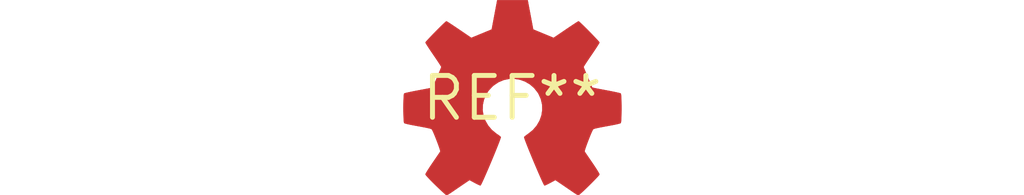
<source format=kicad_pcb>
(kicad_pcb (version 20240108) (generator pcbnew)
  (layers (0 "F.Cu" signal) (31 "B.Cu" signal) (34 "B.Paste" user) (35 "F.Paste" user) (36 "B.SilkS" user "B.Silkscreen") (37 "F.SilkS" user "F.Silkscreen") (38 "B.Mask" user) (39 "F.Mask" user) (44 "Edge.Cuts" user))
  (net 0 "")
  (footprint "OSHW-Symbol_6.7x6mm_Copper" (layer "F.Cu") (at 0 0)
    (property "Reference" "REF**")
    (property "Value" "OSHW-Symbol_6.7x6mm_Copper")
    (fp_poly (pts (xy 0.555814 -2.531069) (xy 0.639635 -2.086445) (xy 0.94892 -1.958947) (xy 1.258206 -1.831449) (xy 1.629246 -2.083754) (xy 1.733157 -2.154004) (xy 1.827087 -2.216728) (xy 1.906652 -2.269062) (xy 1.96747 -2.308143) (xy 2.005157 -2.331107) (xy 2.015421 -2.336058) (xy 2.03391 -2.323324) (xy 2.07342 -2.288118) (xy 2.129522 -2.234938) (xy 2.197787 -2.168282) (xy 2.273786 -2.092646) (xy 2.353092 -2.012528) (xy 2.431275 -1.932426) (xy 2.503907 -1.856836) (xy 2.566559 -1.790255) (xy 2.614803 -1.737182) (xy 2.64421 -1.702113) (xy 2.651241 -1.690377) (xy 2.641123 -1.66874) (xy 2.612759 -1.621338) (xy 2.569129 -1.552807) (xy 2.513218 -1.467785) (xy 2.448006 -1.370907) (xy 2.410219 -1.31565) (xy 2.341343 -1.214752) (xy 2.28014 -1.123701) (xy 2.229578 -1.04703) (xy 2.192628 -0.989272) (xy 2.172258 -0.954957) (xy 2.169197 -0.947746) (xy 2.176136 -0.927252) (xy 2.195051 -0.879487) (xy 2.223087 -0.811168) (xy 2.257391 -0.729011) (xy 2.295109 -0.63973) (xy 2.333387 -0.550042) (xy 2.36937 -0.466662) (xy 2.400206 -0.396306) (xy 2.423039 -0.34569) (xy 2.435017 -0.321529) (xy 2.435724 -0.320578) (xy 2.454531 -0.315964) (xy 2.504618 -0.305672) (xy 2.580793 -0.290713) (xy 2.677865 -0.272099) (xy 2.790643 -0.250841) (xy 2.856442 -0.238582) (xy 2.97695 -0.215638) (xy 3.085797 -0.193805) (xy 3.177476 -0.174278) (xy 3.246481 -0.158252) (xy 3.287304 -0.146921) (xy 3.295511 -0.143326) (xy 3.303548 -0.118994) (xy 3.310033 -0.064041) (xy 3.31497 0.015108) (xy 3.318364 0.112026) (xy 3.320218 0.220287) (xy 3.320538 0.333465) (xy 3.319327 0.445135) (xy 3.31659 0.548868) (xy 3.312331 0.638241) (xy 3.306555 0.706826) (xy 3.299267 0.748197) (xy 3.294895 0.75681) (xy 3.268764 0.767133) (xy 3.213393 0.781892) (xy 3.136107 0.799352) (xy 3.04423 0.81778) (xy 3.012158 0.823741) (xy 2.857524 0.852066) (xy 2.735375 0.874876) (xy 2.641673 0.89308) (xy 2.572384 0.907583) (xy 2.523471 0.919292) (xy 2.490897 0.929115) (xy 2.470628 0.937956) (xy 2.458626 0.946724) (xy 2.456947 0.948457) (xy 2.440184 0.976371) (xy 2.414614 1.030695) (xy 2.382788 1.104777) (xy 2.34726 1.191965) (xy 2.310583 1.285608) (xy 2.275311 1.379052) (xy 2.243996 1.465647) (xy 2.219193 1.53874) (xy 2.203454 1.591678) (xy 2.199332 1.617811) (xy 2.199676 1.618726) (xy 2.213641 1.640086) (xy 2.245322 1.687084) (xy 2.291391 1.754827) (xy 2.348518 1.838423) (xy 2.413373 1.932982) (xy 2.431843 1.959854) (xy 2.497699 2.057275) (xy 2.55565 2.146163) (xy 2.602538 2.221412) (xy 2.635207 2.27792) (xy 2.6505 2.310581) (xy 2.651241 2.314593) (xy 2.638392 2.335684) (xy 2.602888 2.377464) (xy 2.549293 2.435445) (xy 2.482171 2.505135) (xy 2.406087 2.582045) (xy 2.325604 2.661683) (xy 2.245287 2.739561) (xy 2.169699 2.811186) (xy 2.103405 2.87207) (xy 2.050969 2.917721) (xy 2.016955 2.94365) (xy 2.007545 2.947883) (xy 1.985643 2.937912) (xy 1.9408 2.91102) (xy 1.880321 2.871736) (xy 1.833789 2.840117) (xy 1.749475 2.782098) (xy 1.649626 2.713784) (xy 1.549473 2.645579) (xy 1.495627 2.609075) (xy 1.313371 2.4858) (xy 1.160381 2.56852) (xy 1.090682 2.604759) (xy 1.031414 2.632926) (xy 0.991311 2.648991) (xy 0.981103 2.651226) (xy 0.968829 2.634722) (xy 0.944613 2.588082) (xy 0.910263 2.515609) (xy 0.867588 2.421606) (xy 0.818394 2.310374) (xy 0.76449 2.186215) (xy 0.707684 2.053432) (xy 0.649782 1.916327) (xy 0.592593 1.779202) (xy 0.537924 1.646358) (xy 0.487584 1.522098) (xy 0.44338 1.410725) (xy 0.407119 1.316539) (xy 0.380609 1.243844) (xy 0.365658 1.196941) (xy 0.363254 1.180833) (xy 0.382311 1.160286) (xy 0.424036 1.126933) (xy 0.479706 1.087702) (xy 0.484378 1.084599) (xy 0.628264 0.969423) (xy 0.744283 0.835053) (xy 0.83143 0.685784) (xy 0.888699 0.525913) (xy 0.915086 0.359737) (xy 0.909585 0.191552) (xy 0.87119 0.025655) (xy 0.798895 -0.133658) (xy 0.777626 -0.168513) (xy 0.666996 -0.309263) (xy 0.536302 -0.422286) (xy 0.390064 -0.506997) (xy 0.232808 -0.562806) (xy 0.069057 -0.589126) (xy -0.096667 -0.58537) (xy -0.259838 -0.55095) (xy -0.415935 -0.485277) (xy -0.560433 -0.387765) (xy -0.605131 -0.348187) (xy -0.718888 -0.224297) (xy -0.801782 -0.093876) (xy -0.858644 0.052315) (xy -0.890313 0.197088) (xy -0.898131 0.35986) (xy -0.872062 0.52344) (xy -0.814755 0.682298) (xy -0.728856 0.830906) (xy -0.617014 0.963735) (xy -0.481877 1.075256) (xy -0.464117 1.087011) (xy -0.40785 1.125508) (xy -0.365077 1.158863) (xy -0.344628 1.18016) (xy -0.344331 1.180833) (xy -0.348721 1.203871) (xy -0.366124 1.256157) (xy -0.394732 1.33339) (xy -0.432735 1.431268) (xy -0.478326 1.545491) (xy -0.529697 1.671758) (xy -0.585038 1.805767) (xy -0.642542 1.943218) (xy -0.700399 2.079808) (xy -0.756802 2.211237) (xy -0.809942 2.333205) (xy -0.85801 2.441409) (xy -0.899199 2.531549) (xy -0.931699 2.599323) (xy -0.953703 2.64043) (xy -0.962564 2.651226) (xy -0.98964 2.642819) (xy -1.040303 2.620272) (xy -1.105817 2.587613) (xy -1.141841 2.56852) (xy -1.294832 2.4858) (xy -1.477088 2.609075) (xy -1.570125 2.672228) (xy -1.671985 2.741727) (xy -1.767438 2.807165) (xy -1.81525 2.840117) (xy -1.882495 2.885273) (xy -1.939436 2.921057) (xy -1.978646 2.942938) (xy -1.991381 2.947563) (xy -2.009917 2.935085) (xy -2.050941 2.900252) (xy -2.110475 2.846678) (xy -2.184542 2.777983) (xy -2.269165 2.697781) (xy -2.322685 2.646286) (xy -2.416319 2.554286) (xy -2.497241 2.471999) (xy -2.562177 2.402945) (xy -2.607858 2.350644) (xy -2.631011 2.318616) (xy -2.633232 2.312116) (xy -2.622924 2.287394) (xy -2.594439 2.237405) (xy -2.550937 2.167212) (xy -2.495577 2.081875) (xy -2.43152 1.986456) (xy -2.413303 1.959854) (xy -2.346927 1.863167) (xy -2.287378 1.776117) (xy -2.237984 1.703595) (xy -2.202075 1.650493) (xy -2.182981 1.621703) (xy -2.181136 1.618726) (xy -2.183895 1.595782) (xy -2.198538 1.545336) (xy -2.222513 1.474041) (xy -2.253266 1.388547) (xy -2.288244 1.295507) (xy -2.324893 1.201574) (xy -2.360661 1.113399) (xy -2.392994 1.037634) (xy -2.419338 0.980931) (xy -2.437142 0.949943) (xy -2.438407 0.948457) (xy -2.449294 0.939601) (xy -2.467682 0.930843) (xy -2.497606 0.921277) (xy -2.543103 0.909996) (xy -2.608209 0.896093) (xy -2.696961 0.878663) (xy -2.813393 0.856798) (xy -2.961542 0.829591) (xy -2.993618 0.823741) (xy -3.088686 0.805374) (xy -3.171565 0.787405) (xy -3.23493 0.771569) (xy -3.271458 0.7596) (xy -3.276356 0.75681) (xy -3.284427 0.732072) (xy -3.290987 0.67679) (xy -3.296033 0.597389) (xy -3.299559 0.500296) (xy -3.301561 0.391938) (xy -3.302036 0.27874) (xy -3.300977 0.167128) (xy -3.298382 0.063529) (xy -3.294246 -0.025632) (xy -3.288563 -0.093928) (xy -3.281331 -0.134934) (xy -3.276971 -0.143326) (xy -3.252698 -0.151792) (xy -3.197426 -0.165565) (xy -3.116662 -0.18345) (xy -3.015912 -0.204252) (xy -2.900683 -0.226777) (xy -2.837902 -0.238582) (xy -2.718787 -0.260849) (xy -2.612565 -0.281021) (xy -2.524427 -0.298085) (xy -2.459566 -0.311031) (xy -2.423174 -0.318845) (xy -2.417184 -0.320578) (xy -2.407061 -0.34011) (xy -2.385662 -0.387157) (xy -2.355839 -0.454997) (xy -2.320445 -0.536909) (xy -2.282332 -0.626172) (xy -2.244353 -0.716065) (xy -2.20936 -0.799865) (xy -2.180206 -0.870853) (xy -2.159743 -0.922306) (xy -2.150823 -0.947503) (xy -2.150657 -0.948604) (xy -2.160769 -0.968481) (xy -2.189117 -1.014223) (xy -2.232723 -1.081283) (xy -2.288606 -1.165116) (xy -2.353787 -1.261174) (xy -2.391679 -1.31635) (xy -2.460725 -1.417519) (xy -2.52205 -1.50937) (xy -2.572663 -1.587256) (xy -2.609571 -1.646531) (xy -2.629782 -1.682549) (xy -2.632701 -1.690623) (xy -2.620153 -1.709416) (xy -2.585463 -1.749543) (xy -2.533063 -1.806507) (xy -2.467384 -1.875815) (xy -2.392856 -1.952969) (xy -2.313913 -2.033475) (xy -2.234983 -2.112837) (xy -2.1605 -2.18656) (xy -2.094894 -2.250148) (xy -2.042596 -2.299106) (xy -2.008039 -2.328939) (xy -1.996478 -2.336058) (xy -1.977654 -2.326047) (xy -1.932631 -2.297922) (xy -1.865787 -2.254546) (xy -1.781499 -2.198782) (xy -1.684144 -2.133494) (xy -1.610707 -2.083754) (xy -1.239667 -1.831449) (xy -0.621095 -2.086445) (xy -0.537275 -2.531069) (xy -0.453454 -2.975693) (xy 0.471994 -2.975693) (xy 0.555814 -2.531069)) (layer "F.Cu") (stroke (width 0.01)) (fill solid))
  )
)
</source>
